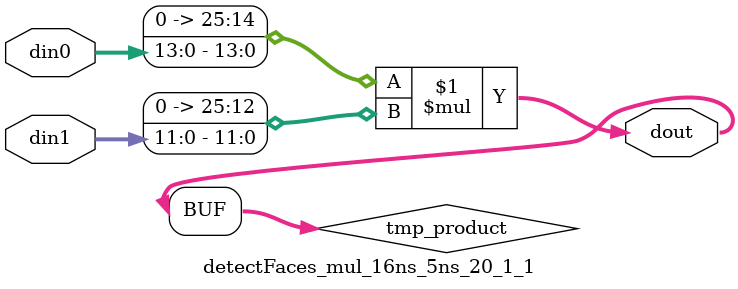
<source format=v>

`timescale 1 ns / 1 ps

 module detectFaces_mul_16ns_5ns_20_1_1(din0, din1, dout);
parameter ID = 1;
parameter NUM_STAGE = 0;
parameter din0_WIDTH = 14;
parameter din1_WIDTH = 12;
parameter dout_WIDTH = 26;

input [din0_WIDTH - 1 : 0] din0; 
input [din1_WIDTH - 1 : 0] din1; 
output [dout_WIDTH - 1 : 0] dout;

wire signed [dout_WIDTH - 1 : 0] tmp_product;
























assign tmp_product = $signed({1'b0, din0}) * $signed({1'b0, din1});











assign dout = tmp_product;





















endmodule

</source>
